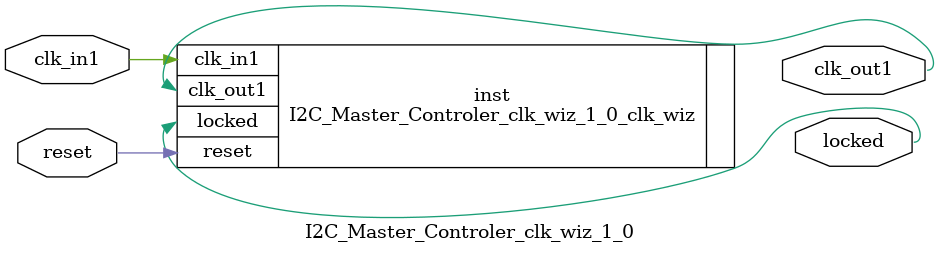
<source format=v>


`timescale 1ps/1ps

(* CORE_GENERATION_INFO = "I2C_Master_Controler_clk_wiz_1_0,clk_wiz_v6_0_6_0_0,{component_name=I2C_Master_Controler_clk_wiz_1_0,use_phase_alignment=true,use_min_o_jitter=false,use_max_i_jitter=false,use_dyn_phase_shift=false,use_inclk_switchover=false,use_dyn_reconfig=false,enable_axi=0,feedback_source=FDBK_AUTO,PRIMITIVE=MMCM,num_out_clk=1,clkin1_period=10.000,clkin2_period=10.000,use_power_down=false,use_reset=true,use_locked=true,use_inclk_stopped=false,feedback_type=SINGLE,CLOCK_MGR_TYPE=NA,manual_override=false}" *)

module I2C_Master_Controler_clk_wiz_1_0 
 (
  // Clock out ports
  output        clk_out1,
  // Status and control signals
  input         reset,
  output        locked,
 // Clock in ports
  input         clk_in1
 );

  I2C_Master_Controler_clk_wiz_1_0_clk_wiz inst
  (
  // Clock out ports  
  .clk_out1(clk_out1),
  // Status and control signals               
  .reset(reset), 
  .locked(locked),
 // Clock in ports
  .clk_in1(clk_in1)
  );

endmodule

</source>
